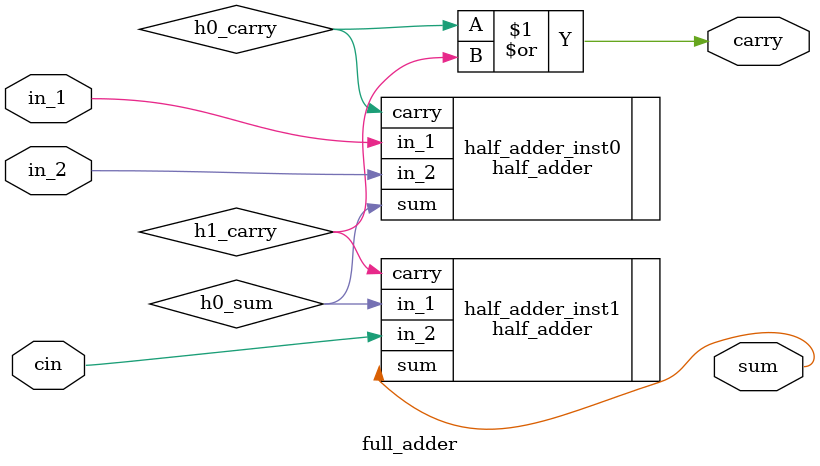
<source format=v>
module full_adder
(
    input   wire    in_1,
    input   wire    in_2,
    input   wire    cin,
    
    output  wire    sum,
    output  wire    carry
);

wire    h0_sum;
wire    h0_carry;
wire    h1_carry;

half_adder half_adder_inst0
(
    .in_1(in_1) ,
    .in_2(in_2) ,
    .sum(h0_sum)    ,
    .carry(h0_carry)    
);

half_adder half_adder_inst1
(
    .in_1(h0_sum)   ,
    .in_2(cin)  ,
    .sum(sum)   ,
    .carry(h1_carry)    
);
assign carry = (h0_carry | h1_carry);

endmodule
</source>
